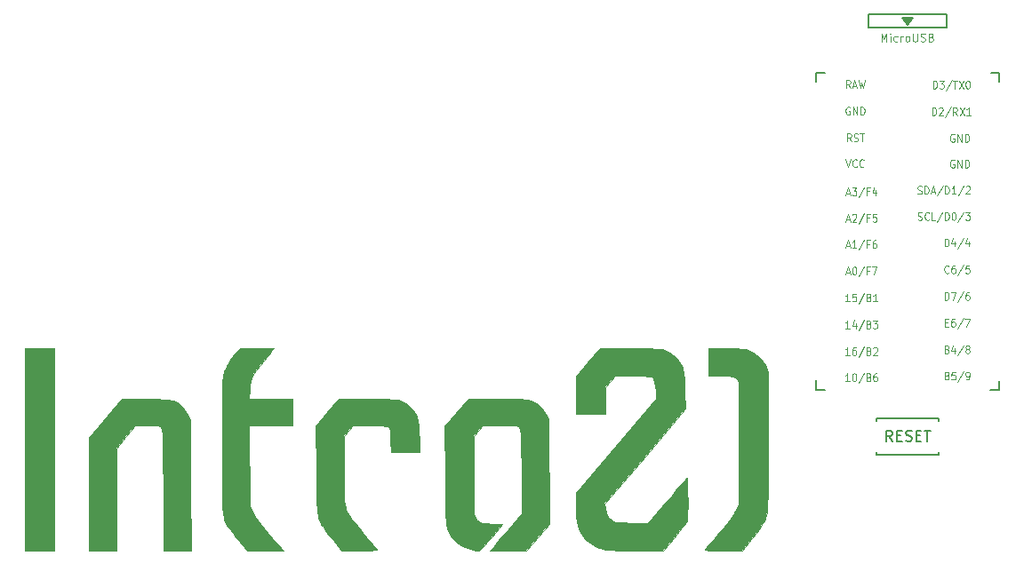
<source format=gbr>
%TF.GenerationSoftware,KiCad,Pcbnew,(5.1.10)-1*%
%TF.CreationDate,2021-05-18T00:23:08+09:00*%
%TF.ProjectId,intro21,696e7472-6f32-4312-9e6b-696361645f70,rev?*%
%TF.SameCoordinates,Original*%
%TF.FileFunction,Legend,Top*%
%TF.FilePolarity,Positive*%
%FSLAX46Y46*%
G04 Gerber Fmt 4.6, Leading zero omitted, Abs format (unit mm)*
G04 Created by KiCad (PCBNEW (5.1.10)-1) date 2021-05-18 00:23:08*
%MOMM*%
%LPD*%
G01*
G04 APERTURE LIST*
%ADD10C,0.010000*%
%ADD11C,0.150000*%
%ADD12C,0.125000*%
%ADD13C,0.120000*%
G04 APERTURE END LIST*
D10*
%TO.C,G\u002A\u002A\u002A*%
G36*
X179542484Y-93843981D02*
G01*
X180138886Y-93858018D01*
X180595062Y-93873930D01*
X180940116Y-93894777D01*
X181203151Y-93923618D01*
X181413270Y-93963513D01*
X181599577Y-94017522D01*
X181762359Y-94077361D01*
X182305662Y-94373693D01*
X182789072Y-94798300D01*
X183172546Y-95311288D01*
X183339463Y-95648524D01*
X183542984Y-96153900D01*
X183542984Y-102588567D01*
X183542852Y-103845102D01*
X183541951Y-104944383D01*
X183539522Y-105898490D01*
X183534805Y-106719501D01*
X183527040Y-107419497D01*
X183515467Y-108010558D01*
X183499329Y-108504761D01*
X183477864Y-108914187D01*
X183450314Y-109250916D01*
X183415918Y-109527026D01*
X183373918Y-109754598D01*
X183323555Y-109945710D01*
X183264067Y-110112442D01*
X183194697Y-110266874D01*
X183114685Y-110421085D01*
X183042239Y-110552886D01*
X182891728Y-110793360D01*
X182659707Y-111126184D01*
X182373416Y-111513915D01*
X182060094Y-111919107D01*
X181930434Y-112081229D01*
X181087650Y-113123729D01*
X179288484Y-113126648D01*
X178757149Y-113125475D01*
X178288032Y-113120544D01*
X177905720Y-113112437D01*
X177634804Y-113101735D01*
X177499870Y-113089019D01*
X177489317Y-113084114D01*
X177541646Y-113008089D01*
X177686764Y-112825511D01*
X177906868Y-112558057D01*
X178184154Y-112227405D01*
X178445444Y-111919948D01*
X178959913Y-111315300D01*
X179375554Y-110819760D01*
X179705914Y-110415763D01*
X179964541Y-110085747D01*
X180164982Y-109812148D01*
X180320785Y-109577404D01*
X180445498Y-109363951D01*
X180506128Y-109248512D01*
X180748984Y-108769234D01*
X180772435Y-102971452D01*
X180776575Y-101755746D01*
X180778410Y-100700262D01*
X180777821Y-99795902D01*
X180774692Y-99033569D01*
X180768904Y-98404166D01*
X180760341Y-97898595D01*
X180748884Y-97507759D01*
X180734416Y-97222561D01*
X180716819Y-97033903D01*
X180695977Y-96932688D01*
X180694350Y-96928538D01*
X180589234Y-96751898D01*
X180425922Y-96622574D01*
X180180931Y-96534195D01*
X179830778Y-96480389D01*
X179351980Y-96454787D01*
X178931370Y-96450234D01*
X177827984Y-96450234D01*
X177827984Y-93808181D01*
X179542484Y-93843981D01*
G37*
X179542484Y-93843981D02*
X180138886Y-93858018D01*
X180595062Y-93873930D01*
X180940116Y-93894777D01*
X181203151Y-93923618D01*
X181413270Y-93963513D01*
X181599577Y-94017522D01*
X181762359Y-94077361D01*
X182305662Y-94373693D01*
X182789072Y-94798300D01*
X183172546Y-95311288D01*
X183339463Y-95648524D01*
X183542984Y-96153900D01*
X183542984Y-102588567D01*
X183542852Y-103845102D01*
X183541951Y-104944383D01*
X183539522Y-105898490D01*
X183534805Y-106719501D01*
X183527040Y-107419497D01*
X183515467Y-108010558D01*
X183499329Y-108504761D01*
X183477864Y-108914187D01*
X183450314Y-109250916D01*
X183415918Y-109527026D01*
X183373918Y-109754598D01*
X183323555Y-109945710D01*
X183264067Y-110112442D01*
X183194697Y-110266874D01*
X183114685Y-110421085D01*
X183042239Y-110552886D01*
X182891728Y-110793360D01*
X182659707Y-111126184D01*
X182373416Y-111513915D01*
X182060094Y-111919107D01*
X181930434Y-112081229D01*
X181087650Y-113123729D01*
X179288484Y-113126648D01*
X178757149Y-113125475D01*
X178288032Y-113120544D01*
X177905720Y-113112437D01*
X177634804Y-113101735D01*
X177499870Y-113089019D01*
X177489317Y-113084114D01*
X177541646Y-113008089D01*
X177686764Y-112825511D01*
X177906868Y-112558057D01*
X178184154Y-112227405D01*
X178445444Y-111919948D01*
X178959913Y-111315300D01*
X179375554Y-110819760D01*
X179705914Y-110415763D01*
X179964541Y-110085747D01*
X180164982Y-109812148D01*
X180320785Y-109577404D01*
X180445498Y-109363951D01*
X180506128Y-109248512D01*
X180748984Y-108769234D01*
X180772435Y-102971452D01*
X180776575Y-101755746D01*
X180778410Y-100700262D01*
X180777821Y-99795902D01*
X180774692Y-99033569D01*
X180768904Y-98404166D01*
X180760341Y-97898595D01*
X180748884Y-97507759D01*
X180734416Y-97222561D01*
X180716819Y-97033903D01*
X180695977Y-96932688D01*
X180694350Y-96928538D01*
X180589234Y-96751898D01*
X180425922Y-96622574D01*
X180180931Y-96534195D01*
X179830778Y-96480389D01*
X179351980Y-96454787D01*
X178931370Y-96450234D01*
X177827984Y-96450234D01*
X177827984Y-93808181D01*
X179542484Y-93843981D01*
G36*
X170419650Y-93847432D02*
G01*
X171215372Y-93856575D01*
X171860531Y-93866632D01*
X172373898Y-93878618D01*
X172774244Y-93893551D01*
X173080338Y-93912449D01*
X173310951Y-93936329D01*
X173484855Y-93966207D01*
X173620818Y-94003100D01*
X173679317Y-94024063D01*
X174315402Y-94347332D01*
X174822367Y-94778763D01*
X175205894Y-95324039D01*
X175388465Y-95733393D01*
X175453696Y-95928562D01*
X175502819Y-96128763D01*
X175538702Y-96363474D01*
X175564212Y-96662173D01*
X175582213Y-97054337D01*
X175595574Y-97569444D01*
X175602255Y-97931900D01*
X175630820Y-99625234D01*
X171816575Y-104154900D01*
X168002329Y-108684567D01*
X168051194Y-109107900D01*
X168170613Y-109626119D01*
X168391412Y-110028589D01*
X168689077Y-110290375D01*
X168810252Y-110350636D01*
X168956589Y-110395947D01*
X169155068Y-110429218D01*
X169432671Y-110453359D01*
X169816376Y-110471279D01*
X170333165Y-110485888D01*
X170546278Y-110490667D01*
X172118568Y-110524486D01*
X173924492Y-108376860D01*
X174359095Y-107861807D01*
X174760593Y-107389398D01*
X175115677Y-106975029D01*
X175411038Y-106634095D01*
X175633365Y-106381992D01*
X175769349Y-106234116D01*
X175805533Y-106201011D01*
X175827004Y-106273773D01*
X175845885Y-106495210D01*
X175861415Y-106844670D01*
X175872831Y-107301506D01*
X175879373Y-107845068D01*
X175880650Y-108237729D01*
X175880122Y-108882557D01*
X175877313Y-109380386D01*
X175870392Y-109753548D01*
X175857523Y-110024378D01*
X175836874Y-110215209D01*
X175806609Y-110348374D01*
X175764897Y-110446206D01*
X175709902Y-110531039D01*
X175690150Y-110557815D01*
X175573808Y-110706164D01*
X175370865Y-110957266D01*
X175103447Y-111284054D01*
X174793680Y-111659463D01*
X174534698Y-111971264D01*
X173569745Y-113129567D01*
X170936364Y-113122366D01*
X170021482Y-113116407D01*
X169270264Y-113103854D01*
X168677159Y-113084502D01*
X168236620Y-113058146D01*
X167943096Y-113024582D01*
X167865712Y-113009118D01*
X167236046Y-112793998D01*
X166655059Y-112477368D01*
X166175958Y-112089397D01*
X166097760Y-112006689D01*
X165776101Y-111572375D01*
X165532488Y-111062407D01*
X165361740Y-110456993D01*
X165258677Y-109736339D01*
X165218117Y-108880651D01*
X165217140Y-108642234D01*
X165220350Y-107668567D01*
X172832650Y-98648383D01*
X172832650Y-97927589D01*
X172811100Y-97400913D01*
X172741100Y-97017015D01*
X172614631Y-96754236D01*
X172423671Y-96590916D01*
X172321123Y-96546358D01*
X172127397Y-96510258D01*
X171787739Y-96481562D01*
X171325437Y-96461495D01*
X170763780Y-96451286D01*
X170498095Y-96450234D01*
X168950808Y-96450234D01*
X168478729Y-97018975D01*
X168006650Y-97587717D01*
X168006650Y-100090900D01*
X165212650Y-100090900D01*
X165214332Y-98334067D01*
X165216013Y-96577234D01*
X166378498Y-95197524D01*
X167540984Y-93817815D01*
X170419650Y-93847432D01*
G37*
X170419650Y-93847432D02*
X171215372Y-93856575D01*
X171860531Y-93866632D01*
X172373898Y-93878618D01*
X172774244Y-93893551D01*
X173080338Y-93912449D01*
X173310951Y-93936329D01*
X173484855Y-93966207D01*
X173620818Y-94003100D01*
X173679317Y-94024063D01*
X174315402Y-94347332D01*
X174822367Y-94778763D01*
X175205894Y-95324039D01*
X175388465Y-95733393D01*
X175453696Y-95928562D01*
X175502819Y-96128763D01*
X175538702Y-96363474D01*
X175564212Y-96662173D01*
X175582213Y-97054337D01*
X175595574Y-97569444D01*
X175602255Y-97931900D01*
X175630820Y-99625234D01*
X171816575Y-104154900D01*
X168002329Y-108684567D01*
X168051194Y-109107900D01*
X168170613Y-109626119D01*
X168391412Y-110028589D01*
X168689077Y-110290375D01*
X168810252Y-110350636D01*
X168956589Y-110395947D01*
X169155068Y-110429218D01*
X169432671Y-110453359D01*
X169816376Y-110471279D01*
X170333165Y-110485888D01*
X170546278Y-110490667D01*
X172118568Y-110524486D01*
X173924492Y-108376860D01*
X174359095Y-107861807D01*
X174760593Y-107389398D01*
X175115677Y-106975029D01*
X175411038Y-106634095D01*
X175633365Y-106381992D01*
X175769349Y-106234116D01*
X175805533Y-106201011D01*
X175827004Y-106273773D01*
X175845885Y-106495210D01*
X175861415Y-106844670D01*
X175872831Y-107301506D01*
X175879373Y-107845068D01*
X175880650Y-108237729D01*
X175880122Y-108882557D01*
X175877313Y-109380386D01*
X175870392Y-109753548D01*
X175857523Y-110024378D01*
X175836874Y-110215209D01*
X175806609Y-110348374D01*
X175764897Y-110446206D01*
X175709902Y-110531039D01*
X175690150Y-110557815D01*
X175573808Y-110706164D01*
X175370865Y-110957266D01*
X175103447Y-111284054D01*
X174793680Y-111659463D01*
X174534698Y-111971264D01*
X173569745Y-113129567D01*
X170936364Y-113122366D01*
X170021482Y-113116407D01*
X169270264Y-113103854D01*
X168677159Y-113084502D01*
X168236620Y-113058146D01*
X167943096Y-113024582D01*
X167865712Y-113009118D01*
X167236046Y-112793998D01*
X166655059Y-112477368D01*
X166175958Y-112089397D01*
X166097760Y-112006689D01*
X165776101Y-111572375D01*
X165532488Y-111062407D01*
X165361740Y-110456993D01*
X165258677Y-109736339D01*
X165218117Y-108880651D01*
X165217140Y-108642234D01*
X165220350Y-107668567D01*
X172832650Y-98648383D01*
X172832650Y-97927589D01*
X172811100Y-97400913D01*
X172741100Y-97017015D01*
X172614631Y-96754236D01*
X172423671Y-96590916D01*
X172321123Y-96546358D01*
X172127397Y-96510258D01*
X171787739Y-96481562D01*
X171325437Y-96461495D01*
X170763780Y-96451286D01*
X170498095Y-96450234D01*
X168950808Y-96450234D01*
X168478729Y-97018975D01*
X168006650Y-97587717D01*
X168006650Y-100090900D01*
X165212650Y-100090900D01*
X165214332Y-98334067D01*
X165216013Y-96577234D01*
X166378498Y-95197524D01*
X167540984Y-93817815D01*
X170419650Y-93847432D01*
G36*
X157801167Y-98668979D02*
G01*
X158567718Y-98677026D01*
X159184985Y-98685341D01*
X159673010Y-98695247D01*
X160051841Y-98708070D01*
X160341520Y-98725136D01*
X160562094Y-98747771D01*
X160733606Y-98777299D01*
X160876102Y-98815047D01*
X161009626Y-98862339D01*
X161066727Y-98884914D01*
X161573833Y-99172298D01*
X162022751Y-99587074D01*
X162371170Y-100088047D01*
X162435766Y-100217900D01*
X162630317Y-100641234D01*
X162677835Y-110592214D01*
X161602019Y-111860890D01*
X160526203Y-113129567D01*
X157069598Y-113129567D01*
X157302338Y-112854400D01*
X157423736Y-112710280D01*
X157634758Y-112459131D01*
X157916290Y-112123728D01*
X158249217Y-111726847D01*
X158614424Y-111291265D01*
X158791531Y-111079954D01*
X160047984Y-109580674D01*
X160047984Y-105678249D01*
X160047522Y-104713035D01*
X160045205Y-103903081D01*
X160039631Y-103234317D01*
X160029400Y-102692671D01*
X160013112Y-102264072D01*
X159989367Y-101934447D01*
X159956763Y-101689725D01*
X159913901Y-101515835D01*
X159859381Y-101398705D01*
X159791801Y-101324263D01*
X159709761Y-101278439D01*
X159611862Y-101247159D01*
X159606874Y-101245818D01*
X159461868Y-101229006D01*
X159178800Y-101214331D01*
X158788937Y-101202752D01*
X158323547Y-101195228D01*
X157876194Y-101192723D01*
X156339405Y-101191567D01*
X155907694Y-101689897D01*
X155475984Y-102188227D01*
X155476456Y-105817397D01*
X155478534Y-106677051D01*
X155484317Y-107462303D01*
X155493475Y-108157749D01*
X155505678Y-108747987D01*
X155520597Y-109217615D01*
X155537901Y-109551231D01*
X155557262Y-109733432D01*
X155560587Y-109747713D01*
X155679651Y-110006856D01*
X155865681Y-110258899D01*
X155904089Y-110298046D01*
X156018660Y-110402021D01*
X156129316Y-110473073D01*
X156270921Y-110518583D01*
X156478339Y-110545933D01*
X156786435Y-110562503D01*
X157213432Y-110575230D01*
X158262932Y-110603227D01*
X157197528Y-111866397D01*
X156815039Y-112318996D01*
X156519276Y-112656797D01*
X156286167Y-112893051D01*
X156091638Y-113041009D01*
X155911613Y-113113923D01*
X155722021Y-113125045D01*
X155498786Y-113087626D01*
X155217834Y-113014919D01*
X155146176Y-112995580D01*
X154452566Y-112731443D01*
X153874700Y-112344243D01*
X153414942Y-111836181D01*
X153075656Y-111209458D01*
X152996439Y-110994815D01*
X152957596Y-110872283D01*
X152924688Y-110746427D01*
X152897100Y-110602333D01*
X152874219Y-110425086D01*
X152855429Y-110199774D01*
X152840116Y-109911482D01*
X152827666Y-109545297D01*
X152817464Y-109086304D01*
X152808895Y-108519589D01*
X152801345Y-107830239D01*
X152794200Y-107003340D01*
X152786844Y-106023978D01*
X152785833Y-105883585D01*
X152752933Y-101304603D01*
X155004017Y-98641411D01*
X157801167Y-98668979D01*
G37*
X157801167Y-98668979D02*
X158567718Y-98677026D01*
X159184985Y-98685341D01*
X159673010Y-98695247D01*
X160051841Y-98708070D01*
X160341520Y-98725136D01*
X160562094Y-98747771D01*
X160733606Y-98777299D01*
X160876102Y-98815047D01*
X161009626Y-98862339D01*
X161066727Y-98884914D01*
X161573833Y-99172298D01*
X162022751Y-99587074D01*
X162371170Y-100088047D01*
X162435766Y-100217900D01*
X162630317Y-100641234D01*
X162677835Y-110592214D01*
X161602019Y-111860890D01*
X160526203Y-113129567D01*
X157069598Y-113129567D01*
X157302338Y-112854400D01*
X157423736Y-112710280D01*
X157634758Y-112459131D01*
X157916290Y-112123728D01*
X158249217Y-111726847D01*
X158614424Y-111291265D01*
X158791531Y-111079954D01*
X160047984Y-109580674D01*
X160047984Y-105678249D01*
X160047522Y-104713035D01*
X160045205Y-103903081D01*
X160039631Y-103234317D01*
X160029400Y-102692671D01*
X160013112Y-102264072D01*
X159989367Y-101934447D01*
X159956763Y-101689725D01*
X159913901Y-101515835D01*
X159859381Y-101398705D01*
X159791801Y-101324263D01*
X159709761Y-101278439D01*
X159611862Y-101247159D01*
X159606874Y-101245818D01*
X159461868Y-101229006D01*
X159178800Y-101214331D01*
X158788937Y-101202752D01*
X158323547Y-101195228D01*
X157876194Y-101192723D01*
X156339405Y-101191567D01*
X155907694Y-101689897D01*
X155475984Y-102188227D01*
X155476456Y-105817397D01*
X155478534Y-106677051D01*
X155484317Y-107462303D01*
X155493475Y-108157749D01*
X155505678Y-108747987D01*
X155520597Y-109217615D01*
X155537901Y-109551231D01*
X155557262Y-109733432D01*
X155560587Y-109747713D01*
X155679651Y-110006856D01*
X155865681Y-110258899D01*
X155904089Y-110298046D01*
X156018660Y-110402021D01*
X156129316Y-110473073D01*
X156270921Y-110518583D01*
X156478339Y-110545933D01*
X156786435Y-110562503D01*
X157213432Y-110575230D01*
X158262932Y-110603227D01*
X157197528Y-111866397D01*
X156815039Y-112318996D01*
X156519276Y-112656797D01*
X156286167Y-112893051D01*
X156091638Y-113041009D01*
X155911613Y-113113923D01*
X155722021Y-113125045D01*
X155498786Y-113087626D01*
X155217834Y-113014919D01*
X155146176Y-112995580D01*
X154452566Y-112731443D01*
X153874700Y-112344243D01*
X153414942Y-111836181D01*
X153075656Y-111209458D01*
X152996439Y-110994815D01*
X152957596Y-110872283D01*
X152924688Y-110746427D01*
X152897100Y-110602333D01*
X152874219Y-110425086D01*
X152855429Y-110199774D01*
X152840116Y-109911482D01*
X152827666Y-109545297D01*
X152817464Y-109086304D01*
X152808895Y-108519589D01*
X152801345Y-107830239D01*
X152794200Y-107003340D01*
X152786844Y-106023978D01*
X152785833Y-105883585D01*
X152752933Y-101304603D01*
X155004017Y-98641411D01*
X157801167Y-98668979D01*
G36*
X145442984Y-98676333D02*
G01*
X146207158Y-98682936D01*
X146821667Y-98689928D01*
X147306177Y-98698611D01*
X147680353Y-98710287D01*
X147963861Y-98726260D01*
X148176367Y-98747831D01*
X148337536Y-98776303D01*
X148467034Y-98812978D01*
X148584527Y-98859158D01*
X148650449Y-98888756D01*
X149205609Y-99203407D01*
X149621942Y-99581425D01*
X149914978Y-100025662D01*
X150066629Y-100377070D01*
X150177193Y-100765192D01*
X150251471Y-101221381D01*
X150294267Y-101776991D01*
X150310384Y-102463377D01*
X150310826Y-102609734D01*
X150311317Y-103731567D01*
X147615440Y-103731567D01*
X147587545Y-102633682D01*
X147572149Y-102165196D01*
X147550957Y-101836108D01*
X147519682Y-101616487D01*
X147474038Y-101476404D01*
X147409736Y-101385930D01*
X147408658Y-101384849D01*
X147338087Y-101331554D01*
X147231734Y-101291457D01*
X147065552Y-101262202D01*
X146815495Y-101241435D01*
X146457515Y-101226799D01*
X145967565Y-101215939D01*
X145630658Y-101210687D01*
X144003650Y-101187473D01*
X143560826Y-101718687D01*
X143118002Y-102249900D01*
X143117831Y-104959234D01*
X143120311Y-105661612D01*
X143127415Y-106345758D01*
X143138501Y-106983519D01*
X143152926Y-107546744D01*
X143170051Y-108007279D01*
X143189233Y-108336971D01*
X143196664Y-108419594D01*
X143233333Y-108715134D01*
X143284147Y-108975800D01*
X143361246Y-109222099D01*
X143476772Y-109474542D01*
X143642867Y-109753640D01*
X143871671Y-110079901D01*
X144175326Y-110473835D01*
X144565973Y-110955953D01*
X145028520Y-111514081D01*
X145382820Y-111940171D01*
X145700848Y-112324226D01*
X145966481Y-112646645D01*
X146163595Y-112887829D01*
X146276068Y-113028177D01*
X146295325Y-113054081D01*
X146229815Y-113077948D01*
X146015918Y-113098255D01*
X145674560Y-113114071D01*
X145226666Y-113124465D01*
X144693164Y-113128505D01*
X144622480Y-113128517D01*
X142902984Y-113127467D01*
X142098650Y-112155549D01*
X141789579Y-111772975D01*
X141499259Y-111397185D01*
X141255425Y-111065206D01*
X141085813Y-110814067D01*
X141054266Y-110761288D01*
X140944172Y-110564005D01*
X140851330Y-110381077D01*
X140774124Y-110196418D01*
X140710939Y-109993946D01*
X140660157Y-109757574D01*
X140620165Y-109471220D01*
X140589344Y-109118798D01*
X140566081Y-108684225D01*
X140548758Y-108151415D01*
X140535761Y-107504285D01*
X140525472Y-106726750D01*
X140516277Y-105802725D01*
X140512352Y-105367081D01*
X140476023Y-101287595D01*
X141562503Y-99970658D01*
X142648984Y-98653721D01*
X145442984Y-98676333D01*
G37*
X145442984Y-98676333D02*
X146207158Y-98682936D01*
X146821667Y-98689928D01*
X147306177Y-98698611D01*
X147680353Y-98710287D01*
X147963861Y-98726260D01*
X148176367Y-98747831D01*
X148337536Y-98776303D01*
X148467034Y-98812978D01*
X148584527Y-98859158D01*
X148650449Y-98888756D01*
X149205609Y-99203407D01*
X149621942Y-99581425D01*
X149914978Y-100025662D01*
X150066629Y-100377070D01*
X150177193Y-100765192D01*
X150251471Y-101221381D01*
X150294267Y-101776991D01*
X150310384Y-102463377D01*
X150310826Y-102609734D01*
X150311317Y-103731567D01*
X147615440Y-103731567D01*
X147587545Y-102633682D01*
X147572149Y-102165196D01*
X147550957Y-101836108D01*
X147519682Y-101616487D01*
X147474038Y-101476404D01*
X147409736Y-101385930D01*
X147408658Y-101384849D01*
X147338087Y-101331554D01*
X147231734Y-101291457D01*
X147065552Y-101262202D01*
X146815495Y-101241435D01*
X146457515Y-101226799D01*
X145967565Y-101215939D01*
X145630658Y-101210687D01*
X144003650Y-101187473D01*
X143560826Y-101718687D01*
X143118002Y-102249900D01*
X143117831Y-104959234D01*
X143120311Y-105661612D01*
X143127415Y-106345758D01*
X143138501Y-106983519D01*
X143152926Y-107546744D01*
X143170051Y-108007279D01*
X143189233Y-108336971D01*
X143196664Y-108419594D01*
X143233333Y-108715134D01*
X143284147Y-108975800D01*
X143361246Y-109222099D01*
X143476772Y-109474542D01*
X143642867Y-109753640D01*
X143871671Y-110079901D01*
X144175326Y-110473835D01*
X144565973Y-110955953D01*
X145028520Y-111514081D01*
X145382820Y-111940171D01*
X145700848Y-112324226D01*
X145966481Y-112646645D01*
X146163595Y-112887829D01*
X146276068Y-113028177D01*
X146295325Y-113054081D01*
X146229815Y-113077948D01*
X146015918Y-113098255D01*
X145674560Y-113114071D01*
X145226666Y-113124465D01*
X144693164Y-113128505D01*
X144622480Y-113128517D01*
X142902984Y-113127467D01*
X142098650Y-112155549D01*
X141789579Y-111772975D01*
X141499259Y-111397185D01*
X141255425Y-111065206D01*
X141085813Y-110814067D01*
X141054266Y-110761288D01*
X140944172Y-110564005D01*
X140851330Y-110381077D01*
X140774124Y-110196418D01*
X140710939Y-109993946D01*
X140660157Y-109757574D01*
X140620165Y-109471220D01*
X140589344Y-109118798D01*
X140566081Y-108684225D01*
X140548758Y-108151415D01*
X140535761Y-107504285D01*
X140525472Y-106726750D01*
X140516277Y-105802725D01*
X140512352Y-105367081D01*
X140476023Y-101287595D01*
X141562503Y-99970658D01*
X142648984Y-98653721D01*
X145442984Y-98676333D01*
G36*
X135319106Y-93827698D02*
G01*
X135756235Y-93833630D01*
X136103710Y-93842674D01*
X136335518Y-93854140D01*
X136425648Y-93867337D01*
X136425984Y-93868211D01*
X136374820Y-93944484D01*
X136233250Y-94128395D01*
X136019155Y-94397401D01*
X135750415Y-94728958D01*
X135536185Y-94990044D01*
X135105515Y-95522160D01*
X134776094Y-95958828D01*
X134533947Y-96328686D01*
X134365099Y-96660369D01*
X134255574Y-96982517D01*
X134191397Y-97323766D01*
X134158593Y-97712753D01*
X134153559Y-97823245D01*
X134120289Y-98651567D01*
X138203984Y-98651567D01*
X138203984Y-101191567D01*
X134133521Y-101191567D01*
X134182317Y-108938567D01*
X134406093Y-109404234D01*
X134503927Y-109591974D01*
X134627630Y-109795190D01*
X134789913Y-110030339D01*
X135003486Y-110313880D01*
X135281059Y-110662269D01*
X135635342Y-111091967D01*
X136079046Y-111619430D01*
X136493356Y-112106923D01*
X137365062Y-113129567D01*
X133899239Y-113129567D01*
X133151778Y-112240848D01*
X132840895Y-111860152D01*
X132539446Y-111471572D01*
X132280902Y-111119446D01*
X132098737Y-110848110D01*
X132092100Y-110837237D01*
X131987933Y-110663659D01*
X131897126Y-110501277D01*
X131818768Y-110337711D01*
X131751949Y-110160580D01*
X131695758Y-109957502D01*
X131649284Y-109716097D01*
X131611615Y-109423984D01*
X131581843Y-109068781D01*
X131559054Y-108638108D01*
X131542340Y-108119584D01*
X131530789Y-107500827D01*
X131523490Y-106769457D01*
X131519532Y-105913094D01*
X131518005Y-104919354D01*
X131517998Y-103775859D01*
X131518333Y-103037520D01*
X131519083Y-101823578D01*
X131520555Y-100766433D01*
X131523496Y-99853552D01*
X131528654Y-99072397D01*
X131536776Y-98410434D01*
X131548609Y-97855127D01*
X131564901Y-97393942D01*
X131586400Y-97014342D01*
X131613853Y-96703792D01*
X131648008Y-96449757D01*
X131689611Y-96239701D01*
X131739411Y-96061089D01*
X131798155Y-95901386D01*
X131866591Y-95748055D01*
X131945465Y-95588563D01*
X131964790Y-95550422D01*
X132120170Y-95283883D01*
X132345169Y-94946457D01*
X132600103Y-94596587D01*
X132697848Y-94470922D01*
X133210688Y-93825567D01*
X134818336Y-93825567D01*
X135319106Y-93827698D01*
G37*
X135319106Y-93827698D02*
X135756235Y-93833630D01*
X136103710Y-93842674D01*
X136335518Y-93854140D01*
X136425648Y-93867337D01*
X136425984Y-93868211D01*
X136374820Y-93944484D01*
X136233250Y-94128395D01*
X136019155Y-94397401D01*
X135750415Y-94728958D01*
X135536185Y-94990044D01*
X135105515Y-95522160D01*
X134776094Y-95958828D01*
X134533947Y-96328686D01*
X134365099Y-96660369D01*
X134255574Y-96982517D01*
X134191397Y-97323766D01*
X134158593Y-97712753D01*
X134153559Y-97823245D01*
X134120289Y-98651567D01*
X138203984Y-98651567D01*
X138203984Y-101191567D01*
X134133521Y-101191567D01*
X134182317Y-108938567D01*
X134406093Y-109404234D01*
X134503927Y-109591974D01*
X134627630Y-109795190D01*
X134789913Y-110030339D01*
X135003486Y-110313880D01*
X135281059Y-110662269D01*
X135635342Y-111091967D01*
X136079046Y-111619430D01*
X136493356Y-112106923D01*
X137365062Y-113129567D01*
X133899239Y-113129567D01*
X133151778Y-112240848D01*
X132840895Y-111860152D01*
X132539446Y-111471572D01*
X132280902Y-111119446D01*
X132098737Y-110848110D01*
X132092100Y-110837237D01*
X131987933Y-110663659D01*
X131897126Y-110501277D01*
X131818768Y-110337711D01*
X131751949Y-110160580D01*
X131695758Y-109957502D01*
X131649284Y-109716097D01*
X131611615Y-109423984D01*
X131581843Y-109068781D01*
X131559054Y-108638108D01*
X131542340Y-108119584D01*
X131530789Y-107500827D01*
X131523490Y-106769457D01*
X131519532Y-105913094D01*
X131518005Y-104919354D01*
X131517998Y-103775859D01*
X131518333Y-103037520D01*
X131519083Y-101823578D01*
X131520555Y-100766433D01*
X131523496Y-99853552D01*
X131528654Y-99072397D01*
X131536776Y-98410434D01*
X131548609Y-97855127D01*
X131564901Y-97393942D01*
X131586400Y-97014342D01*
X131613853Y-96703792D01*
X131648008Y-96449757D01*
X131689611Y-96239701D01*
X131739411Y-96061089D01*
X131798155Y-95901386D01*
X131866591Y-95748055D01*
X131945465Y-95588563D01*
X131964790Y-95550422D01*
X132120170Y-95283883D01*
X132345169Y-94946457D01*
X132600103Y-94596587D01*
X132697848Y-94470922D01*
X133210688Y-93825567D01*
X134818336Y-93825567D01*
X135319106Y-93827698D01*
G36*
X124221954Y-98671502D02*
G01*
X124928190Y-98683058D01*
X125487122Y-98696349D01*
X125920777Y-98712883D01*
X126251184Y-98734170D01*
X126500370Y-98761719D01*
X126690366Y-98797039D01*
X126843198Y-98841640D01*
X126875120Y-98853260D01*
X127368860Y-99119159D01*
X127818987Y-99511474D01*
X128179549Y-99987306D01*
X128272063Y-100157411D01*
X128509650Y-100641234D01*
X128533425Y-106885400D01*
X128557200Y-113129567D01*
X125927317Y-113129567D01*
X125927317Y-107452696D01*
X125927217Y-106291858D01*
X125926359Y-105288605D01*
X125923909Y-104431186D01*
X125919032Y-103707852D01*
X125910892Y-103106853D01*
X125898655Y-102616441D01*
X125881486Y-102224866D01*
X125858549Y-101920378D01*
X125829010Y-101691228D01*
X125792034Y-101525667D01*
X125746785Y-101411944D01*
X125692429Y-101338312D01*
X125628130Y-101293019D01*
X125553055Y-101264318D01*
X125486208Y-101245818D01*
X125327261Y-101225730D01*
X125040580Y-101210067D01*
X124667739Y-101200458D01*
X124276317Y-101198400D01*
X123260317Y-101202922D01*
X122350150Y-102292098D01*
X121439984Y-103381274D01*
X121439984Y-113129567D01*
X118815317Y-113129567D01*
X118815317Y-102389897D01*
X121966257Y-98639435D01*
X124221954Y-98671502D01*
G37*
X124221954Y-98671502D02*
X124928190Y-98683058D01*
X125487122Y-98696349D01*
X125920777Y-98712883D01*
X126251184Y-98734170D01*
X126500370Y-98761719D01*
X126690366Y-98797039D01*
X126843198Y-98841640D01*
X126875120Y-98853260D01*
X127368860Y-99119159D01*
X127818987Y-99511474D01*
X128179549Y-99987306D01*
X128272063Y-100157411D01*
X128509650Y-100641234D01*
X128533425Y-106885400D01*
X128557200Y-113129567D01*
X125927317Y-113129567D01*
X125927317Y-107452696D01*
X125927217Y-106291858D01*
X125926359Y-105288605D01*
X125923909Y-104431186D01*
X125919032Y-103707852D01*
X125910892Y-103106853D01*
X125898655Y-102616441D01*
X125881486Y-102224866D01*
X125858549Y-101920378D01*
X125829010Y-101691228D01*
X125792034Y-101525667D01*
X125746785Y-101411944D01*
X125692429Y-101338312D01*
X125628130Y-101293019D01*
X125553055Y-101264318D01*
X125486208Y-101245818D01*
X125327261Y-101225730D01*
X125040580Y-101210067D01*
X124667739Y-101200458D01*
X124276317Y-101198400D01*
X123260317Y-101202922D01*
X122350150Y-102292098D01*
X121439984Y-103381274D01*
X121439984Y-113129567D01*
X118815317Y-113129567D01*
X118815317Y-102389897D01*
X121966257Y-98639435D01*
X124221954Y-98671502D01*
G36*
X115513317Y-113129567D02*
G01*
X112719317Y-113129567D01*
X112719317Y-93825567D01*
X115513317Y-93825567D01*
X115513317Y-113129567D01*
G37*
X115513317Y-113129567D02*
X112719317Y-113129567D01*
X112719317Y-93825567D01*
X115513317Y-93825567D01*
X115513317Y-113129567D01*
D11*
%TO.C,U1*%
X205585650Y-97799900D02*
X204725650Y-97799900D01*
X188085650Y-97799900D02*
X188935650Y-97799900D01*
X205585650Y-96949900D02*
X205585650Y-97799900D01*
X188085650Y-96899900D02*
X188085650Y-97799900D01*
X205585650Y-67599900D02*
X204785650Y-67599900D01*
X188085650Y-67599900D02*
X188935650Y-67599900D01*
X205585650Y-67599900D02*
X205585650Y-68449900D01*
X188085650Y-67599900D02*
X188085650Y-68449900D01*
X193085650Y-61999900D02*
X193085650Y-63299900D01*
X193085650Y-63299900D02*
X200585650Y-63299900D01*
X200585650Y-63299900D02*
X200585650Y-61999900D01*
X200585650Y-61999900D02*
X193085650Y-61999900D01*
X196335650Y-62349900D02*
X197335650Y-62349900D01*
X197335650Y-62349900D02*
X196835650Y-62999900D01*
X196835650Y-62999900D02*
X196335650Y-62349900D01*
X196485650Y-62499900D02*
X197185650Y-62499900D01*
X196585650Y-62649900D02*
X197085650Y-62649900D01*
X196685650Y-62799900D02*
X196985650Y-62799900D01*
%TO.C,RSW1*%
X193835650Y-103999900D02*
X199835650Y-103999900D01*
X199835650Y-103999900D02*
X199835650Y-103749900D01*
X193835650Y-103999900D02*
X193835650Y-103749900D01*
X193835650Y-100499900D02*
X193835650Y-100749900D01*
X193835650Y-100499900D02*
X199835650Y-100499900D01*
X199835650Y-100499900D02*
X199835650Y-100749900D01*
%TO.C,U1*%
D12*
X191378030Y-69039185D02*
X191154697Y-68682042D01*
X190995173Y-69039185D02*
X190995173Y-68289185D01*
X191250411Y-68289185D01*
X191314221Y-68324900D01*
X191346126Y-68360614D01*
X191378030Y-68432042D01*
X191378030Y-68539185D01*
X191346126Y-68610614D01*
X191314221Y-68646328D01*
X191250411Y-68682042D01*
X190995173Y-68682042D01*
X191633269Y-68824900D02*
X191952316Y-68824900D01*
X191569459Y-69039185D02*
X191792792Y-68289185D01*
X192016126Y-69039185D01*
X192175650Y-68289185D02*
X192335173Y-69039185D01*
X192462792Y-68503471D01*
X192590411Y-69039185D01*
X192749935Y-68289185D01*
X191330173Y-70874900D02*
X191266364Y-70839185D01*
X191170650Y-70839185D01*
X191074935Y-70874900D01*
X191011126Y-70946328D01*
X190979221Y-71017757D01*
X190947316Y-71160614D01*
X190947316Y-71267757D01*
X190979221Y-71410614D01*
X191011126Y-71482042D01*
X191074935Y-71553471D01*
X191170650Y-71589185D01*
X191234459Y-71589185D01*
X191330173Y-71553471D01*
X191362078Y-71517757D01*
X191362078Y-71267757D01*
X191234459Y-71267757D01*
X191649221Y-71589185D02*
X191649221Y-70839185D01*
X192032078Y-71589185D01*
X192032078Y-70839185D01*
X192351126Y-71589185D02*
X192351126Y-70839185D01*
X192510650Y-70839185D01*
X192606364Y-70874900D01*
X192670173Y-70946328D01*
X192702078Y-71017757D01*
X192733983Y-71160614D01*
X192733983Y-71267757D01*
X192702078Y-71410614D01*
X192670173Y-71482042D01*
X192606364Y-71553471D01*
X192510650Y-71589185D01*
X192351126Y-71589185D01*
X191473745Y-74139185D02*
X191250411Y-73782042D01*
X191090888Y-74139185D02*
X191090888Y-73389185D01*
X191346126Y-73389185D01*
X191409935Y-73424900D01*
X191441840Y-73460614D01*
X191473745Y-73532042D01*
X191473745Y-73639185D01*
X191441840Y-73710614D01*
X191409935Y-73746328D01*
X191346126Y-73782042D01*
X191090888Y-73782042D01*
X191728983Y-74103471D02*
X191824697Y-74139185D01*
X191984221Y-74139185D01*
X192048030Y-74103471D01*
X192079935Y-74067757D01*
X192111840Y-73996328D01*
X192111840Y-73924900D01*
X192079935Y-73853471D01*
X192048030Y-73817757D01*
X191984221Y-73782042D01*
X191856602Y-73746328D01*
X191792792Y-73710614D01*
X191760888Y-73674900D01*
X191728983Y-73603471D01*
X191728983Y-73532042D01*
X191760888Y-73460614D01*
X191792792Y-73424900D01*
X191856602Y-73389185D01*
X192016126Y-73389185D01*
X192111840Y-73424900D01*
X192303269Y-73389185D02*
X192686126Y-73389185D01*
X192494697Y-74139185D02*
X192494697Y-73389185D01*
X190947316Y-75839185D02*
X191170650Y-76589185D01*
X191393983Y-75839185D01*
X192000173Y-76517757D02*
X191968269Y-76553471D01*
X191872554Y-76589185D01*
X191808745Y-76589185D01*
X191713030Y-76553471D01*
X191649221Y-76482042D01*
X191617316Y-76410614D01*
X191585411Y-76267757D01*
X191585411Y-76160614D01*
X191617316Y-76017757D01*
X191649221Y-75946328D01*
X191713030Y-75874900D01*
X191808745Y-75839185D01*
X191872554Y-75839185D01*
X191968269Y-75874900D01*
X192000173Y-75910614D01*
X192670173Y-76517757D02*
X192638269Y-76553471D01*
X192542554Y-76589185D01*
X192478745Y-76589185D01*
X192383030Y-76553471D01*
X192319221Y-76482042D01*
X192287316Y-76410614D01*
X192255411Y-76267757D01*
X192255411Y-76160614D01*
X192287316Y-76017757D01*
X192319221Y-75946328D01*
X192383030Y-75874900D01*
X192478745Y-75839185D01*
X192542554Y-75839185D01*
X192638269Y-75874900D01*
X192670173Y-75910614D01*
X191004935Y-79074900D02*
X191323983Y-79074900D01*
X190941126Y-79289185D02*
X191164459Y-78539185D01*
X191387792Y-79289185D01*
X191547316Y-78539185D02*
X191962078Y-78539185D01*
X191738745Y-78824900D01*
X191834459Y-78824900D01*
X191898269Y-78860614D01*
X191930173Y-78896328D01*
X191962078Y-78967757D01*
X191962078Y-79146328D01*
X191930173Y-79217757D01*
X191898269Y-79253471D01*
X191834459Y-79289185D01*
X191643030Y-79289185D01*
X191579221Y-79253471D01*
X191547316Y-79217757D01*
X192727792Y-78503471D02*
X192153507Y-79467757D01*
X193174459Y-78896328D02*
X192951126Y-78896328D01*
X192951126Y-79289185D02*
X192951126Y-78539185D01*
X193270173Y-78539185D01*
X193812554Y-78789185D02*
X193812554Y-79289185D01*
X193653030Y-78503471D02*
X193493507Y-79039185D01*
X193908269Y-79039185D01*
X191004935Y-81574900D02*
X191323983Y-81574900D01*
X190941126Y-81789185D02*
X191164459Y-81039185D01*
X191387792Y-81789185D01*
X191579221Y-81110614D02*
X191611126Y-81074900D01*
X191674935Y-81039185D01*
X191834459Y-81039185D01*
X191898269Y-81074900D01*
X191930173Y-81110614D01*
X191962078Y-81182042D01*
X191962078Y-81253471D01*
X191930173Y-81360614D01*
X191547316Y-81789185D01*
X191962078Y-81789185D01*
X192727792Y-81003471D02*
X192153507Y-81967757D01*
X193174459Y-81396328D02*
X192951126Y-81396328D01*
X192951126Y-81789185D02*
X192951126Y-81039185D01*
X193270173Y-81039185D01*
X193844459Y-81039185D02*
X193525411Y-81039185D01*
X193493507Y-81396328D01*
X193525411Y-81360614D01*
X193589221Y-81324900D01*
X193748745Y-81324900D01*
X193812554Y-81360614D01*
X193844459Y-81396328D01*
X193876364Y-81467757D01*
X193876364Y-81646328D01*
X193844459Y-81717757D01*
X193812554Y-81753471D01*
X193748745Y-81789185D01*
X193589221Y-81789185D01*
X193525411Y-81753471D01*
X193493507Y-81717757D01*
X191004935Y-84074900D02*
X191323983Y-84074900D01*
X190941126Y-84289185D02*
X191164459Y-83539185D01*
X191387792Y-84289185D01*
X191962078Y-84289185D02*
X191579221Y-84289185D01*
X191770650Y-84289185D02*
X191770650Y-83539185D01*
X191706840Y-83646328D01*
X191643030Y-83717757D01*
X191579221Y-83753471D01*
X192727792Y-83503471D02*
X192153507Y-84467757D01*
X193174459Y-83896328D02*
X192951126Y-83896328D01*
X192951126Y-84289185D02*
X192951126Y-83539185D01*
X193270173Y-83539185D01*
X193812554Y-83539185D02*
X193684935Y-83539185D01*
X193621126Y-83574900D01*
X193589221Y-83610614D01*
X193525411Y-83717757D01*
X193493507Y-83860614D01*
X193493507Y-84146328D01*
X193525411Y-84217757D01*
X193557316Y-84253471D01*
X193621126Y-84289185D01*
X193748745Y-84289185D01*
X193812554Y-84253471D01*
X193844459Y-84217757D01*
X193876364Y-84146328D01*
X193876364Y-83967757D01*
X193844459Y-83896328D01*
X193812554Y-83860614D01*
X193748745Y-83824900D01*
X193621126Y-83824900D01*
X193557316Y-83860614D01*
X193525411Y-83896328D01*
X193493507Y-83967757D01*
X191004935Y-86624900D02*
X191323983Y-86624900D01*
X190941126Y-86839185D02*
X191164459Y-86089185D01*
X191387792Y-86839185D01*
X191738745Y-86089185D02*
X191802554Y-86089185D01*
X191866364Y-86124900D01*
X191898269Y-86160614D01*
X191930173Y-86232042D01*
X191962078Y-86374900D01*
X191962078Y-86553471D01*
X191930173Y-86696328D01*
X191898269Y-86767757D01*
X191866364Y-86803471D01*
X191802554Y-86839185D01*
X191738745Y-86839185D01*
X191674935Y-86803471D01*
X191643030Y-86767757D01*
X191611126Y-86696328D01*
X191579221Y-86553471D01*
X191579221Y-86374900D01*
X191611126Y-86232042D01*
X191643030Y-86160614D01*
X191674935Y-86124900D01*
X191738745Y-86089185D01*
X192727792Y-86053471D02*
X192153507Y-87017757D01*
X193174459Y-86446328D02*
X192951126Y-86446328D01*
X192951126Y-86839185D02*
X192951126Y-86089185D01*
X193270173Y-86089185D01*
X193461602Y-86089185D02*
X193908269Y-86089185D01*
X193621126Y-86839185D01*
X191308030Y-89389185D02*
X190925173Y-89389185D01*
X191116602Y-89389185D02*
X191116602Y-88639185D01*
X191052792Y-88746328D01*
X190988983Y-88817757D01*
X190925173Y-88853471D01*
X191914221Y-88639185D02*
X191595173Y-88639185D01*
X191563269Y-88996328D01*
X191595173Y-88960614D01*
X191658983Y-88924900D01*
X191818507Y-88924900D01*
X191882316Y-88960614D01*
X191914221Y-88996328D01*
X191946126Y-89067757D01*
X191946126Y-89246328D01*
X191914221Y-89317757D01*
X191882316Y-89353471D01*
X191818507Y-89389185D01*
X191658983Y-89389185D01*
X191595173Y-89353471D01*
X191563269Y-89317757D01*
X192711840Y-88603471D02*
X192137554Y-89567757D01*
X193158507Y-88996328D02*
X193254221Y-89032042D01*
X193286126Y-89067757D01*
X193318030Y-89139185D01*
X193318030Y-89246328D01*
X193286126Y-89317757D01*
X193254221Y-89353471D01*
X193190411Y-89389185D01*
X192935173Y-89389185D01*
X192935173Y-88639185D01*
X193158507Y-88639185D01*
X193222316Y-88674900D01*
X193254221Y-88710614D01*
X193286126Y-88782042D01*
X193286126Y-88853471D01*
X193254221Y-88924900D01*
X193222316Y-88960614D01*
X193158507Y-88996328D01*
X192935173Y-88996328D01*
X193956126Y-89389185D02*
X193573269Y-89389185D01*
X193764697Y-89389185D02*
X193764697Y-88639185D01*
X193700888Y-88746328D01*
X193637078Y-88817757D01*
X193573269Y-88853471D01*
X191308030Y-91939185D02*
X190925173Y-91939185D01*
X191116602Y-91939185D02*
X191116602Y-91189185D01*
X191052792Y-91296328D01*
X190988983Y-91367757D01*
X190925173Y-91403471D01*
X191882316Y-91439185D02*
X191882316Y-91939185D01*
X191722792Y-91153471D02*
X191563269Y-91689185D01*
X191978030Y-91689185D01*
X192711840Y-91153471D02*
X192137554Y-92117757D01*
X193158507Y-91546328D02*
X193254221Y-91582042D01*
X193286126Y-91617757D01*
X193318030Y-91689185D01*
X193318030Y-91796328D01*
X193286126Y-91867757D01*
X193254221Y-91903471D01*
X193190411Y-91939185D01*
X192935173Y-91939185D01*
X192935173Y-91189185D01*
X193158507Y-91189185D01*
X193222316Y-91224900D01*
X193254221Y-91260614D01*
X193286126Y-91332042D01*
X193286126Y-91403471D01*
X193254221Y-91474900D01*
X193222316Y-91510614D01*
X193158507Y-91546328D01*
X192935173Y-91546328D01*
X193541364Y-91189185D02*
X193956126Y-91189185D01*
X193732792Y-91474900D01*
X193828507Y-91474900D01*
X193892316Y-91510614D01*
X193924221Y-91546328D01*
X193956126Y-91617757D01*
X193956126Y-91796328D01*
X193924221Y-91867757D01*
X193892316Y-91903471D01*
X193828507Y-91939185D01*
X193637078Y-91939185D01*
X193573269Y-91903471D01*
X193541364Y-91867757D01*
X191308030Y-96989185D02*
X190925173Y-96989185D01*
X191116602Y-96989185D02*
X191116602Y-96239185D01*
X191052792Y-96346328D01*
X190988983Y-96417757D01*
X190925173Y-96453471D01*
X191722792Y-96239185D02*
X191786602Y-96239185D01*
X191850411Y-96274900D01*
X191882316Y-96310614D01*
X191914221Y-96382042D01*
X191946126Y-96524900D01*
X191946126Y-96703471D01*
X191914221Y-96846328D01*
X191882316Y-96917757D01*
X191850411Y-96953471D01*
X191786602Y-96989185D01*
X191722792Y-96989185D01*
X191658983Y-96953471D01*
X191627078Y-96917757D01*
X191595173Y-96846328D01*
X191563269Y-96703471D01*
X191563269Y-96524900D01*
X191595173Y-96382042D01*
X191627078Y-96310614D01*
X191658983Y-96274900D01*
X191722792Y-96239185D01*
X192711840Y-96203471D02*
X192137554Y-97167757D01*
X193158507Y-96596328D02*
X193254221Y-96632042D01*
X193286126Y-96667757D01*
X193318030Y-96739185D01*
X193318030Y-96846328D01*
X193286126Y-96917757D01*
X193254221Y-96953471D01*
X193190411Y-96989185D01*
X192935173Y-96989185D01*
X192935173Y-96239185D01*
X193158507Y-96239185D01*
X193222316Y-96274900D01*
X193254221Y-96310614D01*
X193286126Y-96382042D01*
X193286126Y-96453471D01*
X193254221Y-96524900D01*
X193222316Y-96560614D01*
X193158507Y-96596328D01*
X192935173Y-96596328D01*
X193892316Y-96239185D02*
X193764697Y-96239185D01*
X193700888Y-96274900D01*
X193668983Y-96310614D01*
X193605173Y-96417757D01*
X193573269Y-96560614D01*
X193573269Y-96846328D01*
X193605173Y-96917757D01*
X193637078Y-96953471D01*
X193700888Y-96989185D01*
X193828507Y-96989185D01*
X193892316Y-96953471D01*
X193924221Y-96917757D01*
X193956126Y-96846328D01*
X193956126Y-96667757D01*
X193924221Y-96596328D01*
X193892316Y-96560614D01*
X193828507Y-96524900D01*
X193700888Y-96524900D01*
X193637078Y-96560614D01*
X193605173Y-96596328D01*
X193573269Y-96667757D01*
X191308030Y-94489185D02*
X190925173Y-94489185D01*
X191116602Y-94489185D02*
X191116602Y-93739185D01*
X191052792Y-93846328D01*
X190988983Y-93917757D01*
X190925173Y-93953471D01*
X191882316Y-93739185D02*
X191754697Y-93739185D01*
X191690888Y-93774900D01*
X191658983Y-93810614D01*
X191595173Y-93917757D01*
X191563269Y-94060614D01*
X191563269Y-94346328D01*
X191595173Y-94417757D01*
X191627078Y-94453471D01*
X191690888Y-94489185D01*
X191818507Y-94489185D01*
X191882316Y-94453471D01*
X191914221Y-94417757D01*
X191946126Y-94346328D01*
X191946126Y-94167757D01*
X191914221Y-94096328D01*
X191882316Y-94060614D01*
X191818507Y-94024900D01*
X191690888Y-94024900D01*
X191627078Y-94060614D01*
X191595173Y-94096328D01*
X191563269Y-94167757D01*
X192711840Y-93703471D02*
X192137554Y-94667757D01*
X193158507Y-94096328D02*
X193254221Y-94132042D01*
X193286126Y-94167757D01*
X193318030Y-94239185D01*
X193318030Y-94346328D01*
X193286126Y-94417757D01*
X193254221Y-94453471D01*
X193190411Y-94489185D01*
X192935173Y-94489185D01*
X192935173Y-93739185D01*
X193158507Y-93739185D01*
X193222316Y-93774900D01*
X193254221Y-93810614D01*
X193286126Y-93882042D01*
X193286126Y-93953471D01*
X193254221Y-94024900D01*
X193222316Y-94060614D01*
X193158507Y-94096328D01*
X192935173Y-94096328D01*
X193573269Y-93810614D02*
X193605173Y-93774900D01*
X193668983Y-93739185D01*
X193828507Y-93739185D01*
X193892316Y-93774900D01*
X193924221Y-93810614D01*
X193956126Y-93882042D01*
X193956126Y-93953471D01*
X193924221Y-94060614D01*
X193541364Y-94489185D01*
X193956126Y-94489185D01*
X200408030Y-91396328D02*
X200631364Y-91396328D01*
X200727078Y-91789185D02*
X200408030Y-91789185D01*
X200408030Y-91039185D01*
X200727078Y-91039185D01*
X201301364Y-91039185D02*
X201173745Y-91039185D01*
X201109935Y-91074900D01*
X201078030Y-91110614D01*
X201014221Y-91217757D01*
X200982316Y-91360614D01*
X200982316Y-91646328D01*
X201014221Y-91717757D01*
X201046126Y-91753471D01*
X201109935Y-91789185D01*
X201237554Y-91789185D01*
X201301364Y-91753471D01*
X201333269Y-91717757D01*
X201365173Y-91646328D01*
X201365173Y-91467757D01*
X201333269Y-91396328D01*
X201301364Y-91360614D01*
X201237554Y-91324900D01*
X201109935Y-91324900D01*
X201046126Y-91360614D01*
X201014221Y-91396328D01*
X200982316Y-91467757D01*
X202130888Y-91003471D02*
X201556602Y-91967757D01*
X202290411Y-91039185D02*
X202737078Y-91039185D01*
X202449935Y-91789185D01*
X200376126Y-89239185D02*
X200376126Y-88489185D01*
X200535650Y-88489185D01*
X200631364Y-88524900D01*
X200695173Y-88596328D01*
X200727078Y-88667757D01*
X200758983Y-88810614D01*
X200758983Y-88917757D01*
X200727078Y-89060614D01*
X200695173Y-89132042D01*
X200631364Y-89203471D01*
X200535650Y-89239185D01*
X200376126Y-89239185D01*
X200982316Y-88489185D02*
X201428983Y-88489185D01*
X201141840Y-89239185D01*
X202162792Y-88453471D02*
X201588507Y-89417757D01*
X202673269Y-88489185D02*
X202545650Y-88489185D01*
X202481840Y-88524900D01*
X202449935Y-88560614D01*
X202386126Y-88667757D01*
X202354221Y-88810614D01*
X202354221Y-89096328D01*
X202386126Y-89167757D01*
X202418030Y-89203471D01*
X202481840Y-89239185D01*
X202609459Y-89239185D01*
X202673269Y-89203471D01*
X202705173Y-89167757D01*
X202737078Y-89096328D01*
X202737078Y-88917757D01*
X202705173Y-88846328D01*
X202673269Y-88810614D01*
X202609459Y-88774900D01*
X202481840Y-88774900D01*
X202418030Y-88810614D01*
X202386126Y-88846328D01*
X202354221Y-88917757D01*
X201280173Y-73474900D02*
X201216364Y-73439185D01*
X201120650Y-73439185D01*
X201024935Y-73474900D01*
X200961126Y-73546328D01*
X200929221Y-73617757D01*
X200897316Y-73760614D01*
X200897316Y-73867757D01*
X200929221Y-74010614D01*
X200961126Y-74082042D01*
X201024935Y-74153471D01*
X201120650Y-74189185D01*
X201184459Y-74189185D01*
X201280173Y-74153471D01*
X201312078Y-74117757D01*
X201312078Y-73867757D01*
X201184459Y-73867757D01*
X201599221Y-74189185D02*
X201599221Y-73439185D01*
X201982078Y-74189185D01*
X201982078Y-73439185D01*
X202301126Y-74189185D02*
X202301126Y-73439185D01*
X202460650Y-73439185D01*
X202556364Y-73474900D01*
X202620173Y-73546328D01*
X202652078Y-73617757D01*
X202683983Y-73760614D01*
X202683983Y-73867757D01*
X202652078Y-74010614D01*
X202620173Y-74082042D01*
X202556364Y-74153471D01*
X202460650Y-74189185D01*
X202301126Y-74189185D01*
X201280173Y-75924900D02*
X201216364Y-75889185D01*
X201120650Y-75889185D01*
X201024935Y-75924900D01*
X200961126Y-75996328D01*
X200929221Y-76067757D01*
X200897316Y-76210614D01*
X200897316Y-76317757D01*
X200929221Y-76460614D01*
X200961126Y-76532042D01*
X201024935Y-76603471D01*
X201120650Y-76639185D01*
X201184459Y-76639185D01*
X201280173Y-76603471D01*
X201312078Y-76567757D01*
X201312078Y-76317757D01*
X201184459Y-76317757D01*
X201599221Y-76639185D02*
X201599221Y-75889185D01*
X201982078Y-76639185D01*
X201982078Y-75889185D01*
X202301126Y-76639185D02*
X202301126Y-75889185D01*
X202460650Y-75889185D01*
X202556364Y-75924900D01*
X202620173Y-75996328D01*
X202652078Y-76067757D01*
X202683983Y-76210614D01*
X202683983Y-76317757D01*
X202652078Y-76460614D01*
X202620173Y-76532042D01*
X202556364Y-76603471D01*
X202460650Y-76639185D01*
X202301126Y-76639185D01*
X199251840Y-69089185D02*
X199251840Y-68339185D01*
X199411364Y-68339185D01*
X199507078Y-68374900D01*
X199570888Y-68446328D01*
X199602792Y-68517757D01*
X199634697Y-68660614D01*
X199634697Y-68767757D01*
X199602792Y-68910614D01*
X199570888Y-68982042D01*
X199507078Y-69053471D01*
X199411364Y-69089185D01*
X199251840Y-69089185D01*
X199858030Y-68339185D02*
X200272792Y-68339185D01*
X200049459Y-68624900D01*
X200145173Y-68624900D01*
X200208983Y-68660614D01*
X200240888Y-68696328D01*
X200272792Y-68767757D01*
X200272792Y-68946328D01*
X200240888Y-69017757D01*
X200208983Y-69053471D01*
X200145173Y-69089185D01*
X199953745Y-69089185D01*
X199889935Y-69053471D01*
X199858030Y-69017757D01*
X201038507Y-68303471D02*
X200464221Y-69267757D01*
X201166126Y-68339185D02*
X201548983Y-68339185D01*
X201357554Y-69089185D02*
X201357554Y-68339185D01*
X201708507Y-68339185D02*
X202155173Y-69089185D01*
X202155173Y-68339185D02*
X201708507Y-69089185D01*
X202538030Y-68339185D02*
X202601840Y-68339185D01*
X202665650Y-68374900D01*
X202697554Y-68410614D01*
X202729459Y-68482042D01*
X202761364Y-68624900D01*
X202761364Y-68803471D01*
X202729459Y-68946328D01*
X202697554Y-69017757D01*
X202665650Y-69053471D01*
X202601840Y-69089185D01*
X202538030Y-69089185D01*
X202474221Y-69053471D01*
X202442316Y-69017757D01*
X202410411Y-68946328D01*
X202378507Y-68803471D01*
X202378507Y-68624900D01*
X202410411Y-68482042D01*
X202442316Y-68410614D01*
X202474221Y-68374900D01*
X202538030Y-68339185D01*
X200376126Y-84139185D02*
X200376126Y-83389185D01*
X200535650Y-83389185D01*
X200631364Y-83424900D01*
X200695173Y-83496328D01*
X200727078Y-83567757D01*
X200758983Y-83710614D01*
X200758983Y-83817757D01*
X200727078Y-83960614D01*
X200695173Y-84032042D01*
X200631364Y-84103471D01*
X200535650Y-84139185D01*
X200376126Y-84139185D01*
X201333269Y-83639185D02*
X201333269Y-84139185D01*
X201173745Y-83353471D02*
X201014221Y-83889185D01*
X201428983Y-83889185D01*
X202162792Y-83353471D02*
X201588507Y-84317757D01*
X202673269Y-83639185D02*
X202673269Y-84139185D01*
X202513745Y-83353471D02*
X202354221Y-83889185D01*
X202768983Y-83889185D01*
X197802078Y-79103471D02*
X197897792Y-79139185D01*
X198057316Y-79139185D01*
X198121126Y-79103471D01*
X198153030Y-79067757D01*
X198184935Y-78996328D01*
X198184935Y-78924900D01*
X198153030Y-78853471D01*
X198121126Y-78817757D01*
X198057316Y-78782042D01*
X197929697Y-78746328D01*
X197865888Y-78710614D01*
X197833983Y-78674900D01*
X197802078Y-78603471D01*
X197802078Y-78532042D01*
X197833983Y-78460614D01*
X197865888Y-78424900D01*
X197929697Y-78389185D01*
X198089221Y-78389185D01*
X198184935Y-78424900D01*
X198472078Y-79139185D02*
X198472078Y-78389185D01*
X198631602Y-78389185D01*
X198727316Y-78424900D01*
X198791126Y-78496328D01*
X198823030Y-78567757D01*
X198854935Y-78710614D01*
X198854935Y-78817757D01*
X198823030Y-78960614D01*
X198791126Y-79032042D01*
X198727316Y-79103471D01*
X198631602Y-79139185D01*
X198472078Y-79139185D01*
X199110173Y-78924900D02*
X199429221Y-78924900D01*
X199046364Y-79139185D02*
X199269697Y-78389185D01*
X199493030Y-79139185D01*
X200194935Y-78353471D02*
X199620650Y-79317757D01*
X200418269Y-79139185D02*
X200418269Y-78389185D01*
X200577792Y-78389185D01*
X200673507Y-78424900D01*
X200737316Y-78496328D01*
X200769221Y-78567757D01*
X200801126Y-78710614D01*
X200801126Y-78817757D01*
X200769221Y-78960614D01*
X200737316Y-79032042D01*
X200673507Y-79103471D01*
X200577792Y-79139185D01*
X200418269Y-79139185D01*
X201439221Y-79139185D02*
X201056364Y-79139185D01*
X201247792Y-79139185D02*
X201247792Y-78389185D01*
X201183983Y-78496328D01*
X201120173Y-78567757D01*
X201056364Y-78603471D01*
X202204935Y-78353471D02*
X201630650Y-79317757D01*
X202396364Y-78460614D02*
X202428269Y-78424900D01*
X202492078Y-78389185D01*
X202651602Y-78389185D01*
X202715411Y-78424900D01*
X202747316Y-78460614D01*
X202779221Y-78532042D01*
X202779221Y-78603471D01*
X202747316Y-78710614D01*
X202364459Y-79139185D01*
X202779221Y-79139185D01*
X197818030Y-81603471D02*
X197913745Y-81639185D01*
X198073269Y-81639185D01*
X198137078Y-81603471D01*
X198168983Y-81567757D01*
X198200888Y-81496328D01*
X198200888Y-81424900D01*
X198168983Y-81353471D01*
X198137078Y-81317757D01*
X198073269Y-81282042D01*
X197945650Y-81246328D01*
X197881840Y-81210614D01*
X197849935Y-81174900D01*
X197818030Y-81103471D01*
X197818030Y-81032042D01*
X197849935Y-80960614D01*
X197881840Y-80924900D01*
X197945650Y-80889185D01*
X198105173Y-80889185D01*
X198200888Y-80924900D01*
X198870888Y-81567757D02*
X198838983Y-81603471D01*
X198743269Y-81639185D01*
X198679459Y-81639185D01*
X198583745Y-81603471D01*
X198519935Y-81532042D01*
X198488030Y-81460614D01*
X198456126Y-81317757D01*
X198456126Y-81210614D01*
X198488030Y-81067757D01*
X198519935Y-80996328D01*
X198583745Y-80924900D01*
X198679459Y-80889185D01*
X198743269Y-80889185D01*
X198838983Y-80924900D01*
X198870888Y-80960614D01*
X199477078Y-81639185D02*
X199158030Y-81639185D01*
X199158030Y-80889185D01*
X200178983Y-80853471D02*
X199604697Y-81817757D01*
X200402316Y-81639185D02*
X200402316Y-80889185D01*
X200561840Y-80889185D01*
X200657554Y-80924900D01*
X200721364Y-80996328D01*
X200753269Y-81067757D01*
X200785173Y-81210614D01*
X200785173Y-81317757D01*
X200753269Y-81460614D01*
X200721364Y-81532042D01*
X200657554Y-81603471D01*
X200561840Y-81639185D01*
X200402316Y-81639185D01*
X201199935Y-80889185D02*
X201263745Y-80889185D01*
X201327554Y-80924900D01*
X201359459Y-80960614D01*
X201391364Y-81032042D01*
X201423269Y-81174900D01*
X201423269Y-81353471D01*
X201391364Y-81496328D01*
X201359459Y-81567757D01*
X201327554Y-81603471D01*
X201263745Y-81639185D01*
X201199935Y-81639185D01*
X201136126Y-81603471D01*
X201104221Y-81567757D01*
X201072316Y-81496328D01*
X201040411Y-81353471D01*
X201040411Y-81174900D01*
X201072316Y-81032042D01*
X201104221Y-80960614D01*
X201136126Y-80924900D01*
X201199935Y-80889185D01*
X202188983Y-80853471D02*
X201614697Y-81817757D01*
X202348507Y-80889185D02*
X202763269Y-80889185D01*
X202539935Y-81174900D01*
X202635650Y-81174900D01*
X202699459Y-81210614D01*
X202731364Y-81246328D01*
X202763269Y-81317757D01*
X202763269Y-81496328D01*
X202731364Y-81567757D01*
X202699459Y-81603471D01*
X202635650Y-81639185D01*
X202444221Y-81639185D01*
X202380411Y-81603471D01*
X202348507Y-81567757D01*
X200758983Y-86617757D02*
X200727078Y-86653471D01*
X200631364Y-86689185D01*
X200567554Y-86689185D01*
X200471840Y-86653471D01*
X200408030Y-86582042D01*
X200376126Y-86510614D01*
X200344221Y-86367757D01*
X200344221Y-86260614D01*
X200376126Y-86117757D01*
X200408030Y-86046328D01*
X200471840Y-85974900D01*
X200567554Y-85939185D01*
X200631364Y-85939185D01*
X200727078Y-85974900D01*
X200758983Y-86010614D01*
X201333269Y-85939185D02*
X201205650Y-85939185D01*
X201141840Y-85974900D01*
X201109935Y-86010614D01*
X201046126Y-86117757D01*
X201014221Y-86260614D01*
X201014221Y-86546328D01*
X201046126Y-86617757D01*
X201078030Y-86653471D01*
X201141840Y-86689185D01*
X201269459Y-86689185D01*
X201333269Y-86653471D01*
X201365173Y-86617757D01*
X201397078Y-86546328D01*
X201397078Y-86367757D01*
X201365173Y-86296328D01*
X201333269Y-86260614D01*
X201269459Y-86224900D01*
X201141840Y-86224900D01*
X201078030Y-86260614D01*
X201046126Y-86296328D01*
X201014221Y-86367757D01*
X202162792Y-85903471D02*
X201588507Y-86867757D01*
X202705173Y-85939185D02*
X202386126Y-85939185D01*
X202354221Y-86296328D01*
X202386126Y-86260614D01*
X202449935Y-86224900D01*
X202609459Y-86224900D01*
X202673269Y-86260614D01*
X202705173Y-86296328D01*
X202737078Y-86367757D01*
X202737078Y-86546328D01*
X202705173Y-86617757D01*
X202673269Y-86653471D01*
X202609459Y-86689185D01*
X202449935Y-86689185D01*
X202386126Y-86653471D01*
X202354221Y-86617757D01*
X200599459Y-96446328D02*
X200695173Y-96482042D01*
X200727078Y-96517757D01*
X200758983Y-96589185D01*
X200758983Y-96696328D01*
X200727078Y-96767757D01*
X200695173Y-96803471D01*
X200631364Y-96839185D01*
X200376126Y-96839185D01*
X200376126Y-96089185D01*
X200599459Y-96089185D01*
X200663269Y-96124900D01*
X200695173Y-96160614D01*
X200727078Y-96232042D01*
X200727078Y-96303471D01*
X200695173Y-96374900D01*
X200663269Y-96410614D01*
X200599459Y-96446328D01*
X200376126Y-96446328D01*
X201365173Y-96089185D02*
X201046126Y-96089185D01*
X201014221Y-96446328D01*
X201046126Y-96410614D01*
X201109935Y-96374900D01*
X201269459Y-96374900D01*
X201333269Y-96410614D01*
X201365173Y-96446328D01*
X201397078Y-96517757D01*
X201397078Y-96696328D01*
X201365173Y-96767757D01*
X201333269Y-96803471D01*
X201269459Y-96839185D01*
X201109935Y-96839185D01*
X201046126Y-96803471D01*
X201014221Y-96767757D01*
X202162792Y-96053471D02*
X201588507Y-97017757D01*
X202418030Y-96839185D02*
X202545650Y-96839185D01*
X202609459Y-96803471D01*
X202641364Y-96767757D01*
X202705173Y-96660614D01*
X202737078Y-96517757D01*
X202737078Y-96232042D01*
X202705173Y-96160614D01*
X202673269Y-96124900D01*
X202609459Y-96089185D01*
X202481840Y-96089185D01*
X202418030Y-96124900D01*
X202386126Y-96160614D01*
X202354221Y-96232042D01*
X202354221Y-96410614D01*
X202386126Y-96482042D01*
X202418030Y-96517757D01*
X202481840Y-96553471D01*
X202609459Y-96553471D01*
X202673269Y-96517757D01*
X202705173Y-96482042D01*
X202737078Y-96410614D01*
X199172078Y-71639185D02*
X199172078Y-70889185D01*
X199331602Y-70889185D01*
X199427316Y-70924900D01*
X199491126Y-70996328D01*
X199523030Y-71067757D01*
X199554935Y-71210614D01*
X199554935Y-71317757D01*
X199523030Y-71460614D01*
X199491126Y-71532042D01*
X199427316Y-71603471D01*
X199331602Y-71639185D01*
X199172078Y-71639185D01*
X199810173Y-70960614D02*
X199842078Y-70924900D01*
X199905888Y-70889185D01*
X200065411Y-70889185D01*
X200129221Y-70924900D01*
X200161126Y-70960614D01*
X200193030Y-71032042D01*
X200193030Y-71103471D01*
X200161126Y-71210614D01*
X199778269Y-71639185D01*
X200193030Y-71639185D01*
X200958745Y-70853471D02*
X200384459Y-71817757D01*
X201564935Y-71639185D02*
X201341602Y-71282042D01*
X201182078Y-71639185D02*
X201182078Y-70889185D01*
X201437316Y-70889185D01*
X201501126Y-70924900D01*
X201533030Y-70960614D01*
X201564935Y-71032042D01*
X201564935Y-71139185D01*
X201533030Y-71210614D01*
X201501126Y-71246328D01*
X201437316Y-71282042D01*
X201182078Y-71282042D01*
X201788269Y-70889185D02*
X202234935Y-71639185D01*
X202234935Y-70889185D02*
X201788269Y-71639185D01*
X202841126Y-71639185D02*
X202458269Y-71639185D01*
X202649697Y-71639185D02*
X202649697Y-70889185D01*
X202585888Y-70996328D01*
X202522078Y-71067757D01*
X202458269Y-71103471D01*
X200599459Y-93946328D02*
X200695173Y-93982042D01*
X200727078Y-94017757D01*
X200758983Y-94089185D01*
X200758983Y-94196328D01*
X200727078Y-94267757D01*
X200695173Y-94303471D01*
X200631364Y-94339185D01*
X200376126Y-94339185D01*
X200376126Y-93589185D01*
X200599459Y-93589185D01*
X200663269Y-93624900D01*
X200695173Y-93660614D01*
X200727078Y-93732042D01*
X200727078Y-93803471D01*
X200695173Y-93874900D01*
X200663269Y-93910614D01*
X200599459Y-93946328D01*
X200376126Y-93946328D01*
X201333269Y-93839185D02*
X201333269Y-94339185D01*
X201173745Y-93553471D02*
X201014221Y-94089185D01*
X201428983Y-94089185D01*
X202162792Y-93553471D02*
X201588507Y-94517757D01*
X202481840Y-93910614D02*
X202418030Y-93874900D01*
X202386126Y-93839185D01*
X202354221Y-93767757D01*
X202354221Y-93732042D01*
X202386126Y-93660614D01*
X202418030Y-93624900D01*
X202481840Y-93589185D01*
X202609459Y-93589185D01*
X202673269Y-93624900D01*
X202705173Y-93660614D01*
X202737078Y-93732042D01*
X202737078Y-93767757D01*
X202705173Y-93839185D01*
X202673269Y-93874900D01*
X202609459Y-93910614D01*
X202481840Y-93910614D01*
X202418030Y-93946328D01*
X202386126Y-93982042D01*
X202354221Y-94053471D01*
X202354221Y-94196328D01*
X202386126Y-94267757D01*
X202418030Y-94303471D01*
X202481840Y-94339185D01*
X202609459Y-94339185D01*
X202673269Y-94303471D01*
X202705173Y-94267757D01*
X202737078Y-94196328D01*
X202737078Y-94053471D01*
X202705173Y-93982042D01*
X202673269Y-93946328D01*
X202609459Y-93910614D01*
D13*
X194339221Y-64589185D02*
X194339221Y-63839185D01*
X194589221Y-64374900D01*
X194839221Y-63839185D01*
X194839221Y-64589185D01*
X195196364Y-64589185D02*
X195196364Y-64089185D01*
X195196364Y-63839185D02*
X195160650Y-63874900D01*
X195196364Y-63910614D01*
X195232078Y-63874900D01*
X195196364Y-63839185D01*
X195196364Y-63910614D01*
X195874935Y-64553471D02*
X195803507Y-64589185D01*
X195660650Y-64589185D01*
X195589221Y-64553471D01*
X195553507Y-64517757D01*
X195517792Y-64446328D01*
X195517792Y-64232042D01*
X195553507Y-64160614D01*
X195589221Y-64124900D01*
X195660650Y-64089185D01*
X195803507Y-64089185D01*
X195874935Y-64124900D01*
X196196364Y-64589185D02*
X196196364Y-64089185D01*
X196196364Y-64232042D02*
X196232078Y-64160614D01*
X196267792Y-64124900D01*
X196339221Y-64089185D01*
X196410650Y-64089185D01*
X196767792Y-64589185D02*
X196696364Y-64553471D01*
X196660650Y-64517757D01*
X196624935Y-64446328D01*
X196624935Y-64232042D01*
X196660650Y-64160614D01*
X196696364Y-64124900D01*
X196767792Y-64089185D01*
X196874935Y-64089185D01*
X196946364Y-64124900D01*
X196982078Y-64160614D01*
X197017792Y-64232042D01*
X197017792Y-64446328D01*
X196982078Y-64517757D01*
X196946364Y-64553471D01*
X196874935Y-64589185D01*
X196767792Y-64589185D01*
X197339221Y-63839185D02*
X197339221Y-64446328D01*
X197374935Y-64517757D01*
X197410650Y-64553471D01*
X197482078Y-64589185D01*
X197624935Y-64589185D01*
X197696364Y-64553471D01*
X197732078Y-64517757D01*
X197767792Y-64446328D01*
X197767792Y-63839185D01*
X198089221Y-64553471D02*
X198196364Y-64589185D01*
X198374935Y-64589185D01*
X198446364Y-64553471D01*
X198482078Y-64517757D01*
X198517792Y-64446328D01*
X198517792Y-64374900D01*
X198482078Y-64303471D01*
X198446364Y-64267757D01*
X198374935Y-64232042D01*
X198232078Y-64196328D01*
X198160650Y-64160614D01*
X198124935Y-64124900D01*
X198089221Y-64053471D01*
X198089221Y-63982042D01*
X198124935Y-63910614D01*
X198160650Y-63874900D01*
X198232078Y-63839185D01*
X198410650Y-63839185D01*
X198517792Y-63874900D01*
X199089221Y-64196328D02*
X199196364Y-64232042D01*
X199232078Y-64267757D01*
X199267792Y-64339185D01*
X199267792Y-64446328D01*
X199232078Y-64517757D01*
X199196364Y-64553471D01*
X199124935Y-64589185D01*
X198839221Y-64589185D01*
X198839221Y-63839185D01*
X199089221Y-63839185D01*
X199160650Y-63874900D01*
X199196364Y-63910614D01*
X199232078Y-63982042D01*
X199232078Y-64053471D01*
X199196364Y-64124900D01*
X199160650Y-64160614D01*
X199089221Y-64196328D01*
X198839221Y-64196328D01*
X194339221Y-64589185D02*
X194339221Y-63839185D01*
X194589221Y-64374900D01*
X194839221Y-63839185D01*
X194839221Y-64589185D01*
X195196364Y-64589185D02*
X195196364Y-64089185D01*
X195196364Y-63839185D02*
X195160650Y-63874900D01*
X195196364Y-63910614D01*
X195232078Y-63874900D01*
X195196364Y-63839185D01*
X195196364Y-63910614D01*
X195874935Y-64553471D02*
X195803507Y-64589185D01*
X195660650Y-64589185D01*
X195589221Y-64553471D01*
X195553507Y-64517757D01*
X195517792Y-64446328D01*
X195517792Y-64232042D01*
X195553507Y-64160614D01*
X195589221Y-64124900D01*
X195660650Y-64089185D01*
X195803507Y-64089185D01*
X195874935Y-64124900D01*
X196196364Y-64589185D02*
X196196364Y-64089185D01*
X196196364Y-64232042D02*
X196232078Y-64160614D01*
X196267792Y-64124900D01*
X196339221Y-64089185D01*
X196410650Y-64089185D01*
X196767792Y-64589185D02*
X196696364Y-64553471D01*
X196660650Y-64517757D01*
X196624935Y-64446328D01*
X196624935Y-64232042D01*
X196660650Y-64160614D01*
X196696364Y-64124900D01*
X196767792Y-64089185D01*
X196874935Y-64089185D01*
X196946364Y-64124900D01*
X196982078Y-64160614D01*
X197017792Y-64232042D01*
X197017792Y-64446328D01*
X196982078Y-64517757D01*
X196946364Y-64553471D01*
X196874935Y-64589185D01*
X196767792Y-64589185D01*
X197339221Y-63839185D02*
X197339221Y-64446328D01*
X197374935Y-64517757D01*
X197410650Y-64553471D01*
X197482078Y-64589185D01*
X197624935Y-64589185D01*
X197696364Y-64553471D01*
X197732078Y-64517757D01*
X197767792Y-64446328D01*
X197767792Y-63839185D01*
X198089221Y-64553471D02*
X198196364Y-64589185D01*
X198374935Y-64589185D01*
X198446364Y-64553471D01*
X198482078Y-64517757D01*
X198517792Y-64446328D01*
X198517792Y-64374900D01*
X198482078Y-64303471D01*
X198446364Y-64267757D01*
X198374935Y-64232042D01*
X198232078Y-64196328D01*
X198160650Y-64160614D01*
X198124935Y-64124900D01*
X198089221Y-64053471D01*
X198089221Y-63982042D01*
X198124935Y-63910614D01*
X198160650Y-63874900D01*
X198232078Y-63839185D01*
X198410650Y-63839185D01*
X198517792Y-63874900D01*
X199089221Y-64196328D02*
X199196364Y-64232042D01*
X199232078Y-64267757D01*
X199267792Y-64339185D01*
X199267792Y-64446328D01*
X199232078Y-64517757D01*
X199196364Y-64553471D01*
X199124935Y-64589185D01*
X198839221Y-64589185D01*
X198839221Y-63839185D01*
X199089221Y-63839185D01*
X199160650Y-63874900D01*
X199196364Y-63910614D01*
X199232078Y-63982042D01*
X199232078Y-64053471D01*
X199196364Y-64124900D01*
X199160650Y-64160614D01*
X199089221Y-64196328D01*
X198839221Y-64196328D01*
%TO.C,RSW1*%
D11*
X195383269Y-102702280D02*
X195049935Y-102226090D01*
X194811840Y-102702280D02*
X194811840Y-101702280D01*
X195192792Y-101702280D01*
X195288030Y-101749900D01*
X195335650Y-101797519D01*
X195383269Y-101892757D01*
X195383269Y-102035614D01*
X195335650Y-102130852D01*
X195288030Y-102178471D01*
X195192792Y-102226090D01*
X194811840Y-102226090D01*
X195811840Y-102178471D02*
X196145173Y-102178471D01*
X196288030Y-102702280D02*
X195811840Y-102702280D01*
X195811840Y-101702280D01*
X196288030Y-101702280D01*
X196668983Y-102654661D02*
X196811840Y-102702280D01*
X197049935Y-102702280D01*
X197145173Y-102654661D01*
X197192792Y-102607042D01*
X197240411Y-102511804D01*
X197240411Y-102416566D01*
X197192792Y-102321328D01*
X197145173Y-102273709D01*
X197049935Y-102226090D01*
X196859459Y-102178471D01*
X196764221Y-102130852D01*
X196716602Y-102083233D01*
X196668983Y-101987995D01*
X196668983Y-101892757D01*
X196716602Y-101797519D01*
X196764221Y-101749900D01*
X196859459Y-101702280D01*
X197097554Y-101702280D01*
X197240411Y-101749900D01*
X197668983Y-102178471D02*
X198002316Y-102178471D01*
X198145173Y-102702280D02*
X197668983Y-102702280D01*
X197668983Y-101702280D01*
X198145173Y-101702280D01*
X198430888Y-101702280D02*
X199002316Y-101702280D01*
X198716602Y-102702280D02*
X198716602Y-101702280D01*
%TD*%
M02*

</source>
